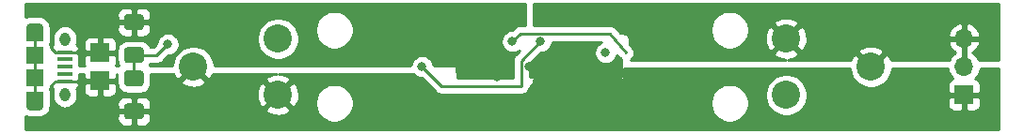
<source format=gbr>
%TF.GenerationSoftware,KiCad,Pcbnew,(5.1.8)-1*%
%TF.CreationDate,2021-01-17T15:05:36-05:00*%
%TF.ProjectId,electronics-li-ion-charger,656c6563-7472-46f6-9e69-63732d6c692d,rev?*%
%TF.SameCoordinates,Original*%
%TF.FileFunction,Copper,L1,Top*%
%TF.FilePolarity,Positive*%
%FSLAX46Y46*%
G04 Gerber Fmt 4.6, Leading zero omitted, Abs format (unit mm)*
G04 Created by KiCad (PCBNEW (5.1.8)-1) date 2021-01-17 15:05:36*
%MOMM*%
%LPD*%
G01*
G04 APERTURE LIST*
%TA.AperFunction,ComponentPad*%
%ADD10C,2.540000*%
%TD*%
%TA.AperFunction,ComponentPad*%
%ADD11O,1.700000X1.700000*%
%TD*%
%TA.AperFunction,ComponentPad*%
%ADD12R,1.700000X1.700000*%
%TD*%
%TA.AperFunction,ComponentPad*%
%ADD13O,1.550000X0.890000*%
%TD*%
%TA.AperFunction,SMDPad,CuDef*%
%ADD14R,1.550000X1.200000*%
%TD*%
%TA.AperFunction,SMDPad,CuDef*%
%ADD15R,1.550000X1.500000*%
%TD*%
%TA.AperFunction,ComponentPad*%
%ADD16O,0.950000X1.250000*%
%TD*%
%TA.AperFunction,SMDPad,CuDef*%
%ADD17R,1.350000X0.400000*%
%TD*%
%TA.AperFunction,ViaPad*%
%ADD18C,0.800000*%
%TD*%
%TA.AperFunction,Conductor*%
%ADD19C,0.250000*%
%TD*%
%TA.AperFunction,Conductor*%
%ADD20C,0.254000*%
%TD*%
%TA.AperFunction,Conductor*%
%ADD21C,0.100000*%
%TD*%
G04 APERTURE END LIST*
D10*
%TO.P,BT1,2*%
%TO.N,GND*%
X150368000Y-104140000D03*
X150368000Y-99060000D03*
X142748000Y-101600000D03*
%TO.P,BT1,1*%
%TO.N,/VBAT*%
X196088000Y-99060000D03*
X196088000Y-104140000D03*
X203708000Y-101600000D03*
%TD*%
D11*
%TO.P,J4,3*%
%TO.N,/VBAT*%
X212090000Y-99060000D03*
%TO.P,J4,2*%
X212090000Y-101600000D03*
D12*
%TO.P,J4,1*%
%TO.N,GND*%
X212090000Y-104140000D03*
%TD*%
D13*
%TO.P,J3,6*%
%TO.N,Net-(J3-Pad6)*%
X128494000Y-105100000D03*
X128494000Y-98100000D03*
D14*
X128494000Y-104500000D03*
X128494000Y-98700000D03*
D15*
X128494000Y-102600000D03*
X128494000Y-100600000D03*
D16*
X131194000Y-104100000D03*
X131194000Y-99100000D03*
D17*
%TO.P,J3,5*%
%TO.N,GND*%
X131194000Y-102900000D03*
%TO.P,J3,4*%
%TO.N,Net-(J3-Pad4)*%
X131194000Y-102250000D03*
%TO.P,J3,3*%
%TO.N,Net-(J3-Pad3)*%
X131194000Y-101600000D03*
%TO.P,J3,2*%
%TO.N,Net-(J3-Pad2)*%
X131194000Y-100950000D03*
%TO.P,J3,1*%
%TO.N,+5V*%
X131194000Y-100300000D03*
%TD*%
D12*
%TO.P,J2,1*%
%TO.N,GND*%
X134366000Y-102870000D03*
%TD*%
%TO.P,J1,1*%
%TO.N,+5V*%
X134366000Y-100330000D03*
%TD*%
%TO.P,D3,2*%
%TO.N,Net-(D2-Pad1)*%
%TA.AperFunction,SMDPad,CuDef*%
G36*
G01*
X138039000Y-103365000D02*
X136789000Y-103365000D01*
G75*
G02*
X136539000Y-103115000I0J250000D01*
G01*
X136539000Y-102190000D01*
G75*
G02*
X136789000Y-101940000I250000J0D01*
G01*
X138039000Y-101940000D01*
G75*
G02*
X138289000Y-102190000I0J-250000D01*
G01*
X138289000Y-103115000D01*
G75*
G02*
X138039000Y-103365000I-250000J0D01*
G01*
G37*
%TD.AperFunction*%
%TO.P,D3,1*%
%TO.N,GND*%
%TA.AperFunction,SMDPad,CuDef*%
G36*
G01*
X138039000Y-106340000D02*
X136789000Y-106340000D01*
G75*
G02*
X136539000Y-106090000I0J250000D01*
G01*
X136539000Y-105165000D01*
G75*
G02*
X136789000Y-104915000I250000J0D01*
G01*
X138039000Y-104915000D01*
G75*
G02*
X138289000Y-105165000I0J-250000D01*
G01*
X138289000Y-106090000D01*
G75*
G02*
X138039000Y-106340000I-250000J0D01*
G01*
G37*
%TD.AperFunction*%
%TD*%
%TO.P,D2,2*%
%TO.N,+5V*%
%TA.AperFunction,SMDPad,CuDef*%
G36*
G01*
X138039000Y-98285000D02*
X136789000Y-98285000D01*
G75*
G02*
X136539000Y-98035000I0J250000D01*
G01*
X136539000Y-97110000D01*
G75*
G02*
X136789000Y-96860000I250000J0D01*
G01*
X138039000Y-96860000D01*
G75*
G02*
X138289000Y-97110000I0J-250000D01*
G01*
X138289000Y-98035000D01*
G75*
G02*
X138039000Y-98285000I-250000J0D01*
G01*
G37*
%TD.AperFunction*%
%TO.P,D2,1*%
%TO.N,Net-(D2-Pad1)*%
%TA.AperFunction,SMDPad,CuDef*%
G36*
G01*
X138039000Y-101260000D02*
X136789000Y-101260000D01*
G75*
G02*
X136539000Y-101010000I0J250000D01*
G01*
X136539000Y-100085000D01*
G75*
G02*
X136789000Y-99835000I250000J0D01*
G01*
X138039000Y-99835000D01*
G75*
G02*
X138289000Y-100085000I0J-250000D01*
G01*
X138289000Y-101010000D01*
G75*
G02*
X138039000Y-101260000I-250000J0D01*
G01*
G37*
%TD.AperFunction*%
%TD*%
D18*
%TO.N,GND*%
X172974000Y-101600000D03*
X175133000Y-101600000D03*
X179578000Y-103124000D03*
X189484000Y-102933500D03*
%TO.N,+5V*%
X170053000Y-102552500D03*
%TO.N,STAT*%
X173990000Y-99314000D03*
X163322000Y-101600000D03*
%TO.N,PROG*%
X171450000Y-99314000D03*
X179832000Y-100330000D03*
%TO.N,Net-(D2-Pad1)*%
X140462000Y-99568000D03*
%TD*%
D19*
%TO.N,GND*%
X131194000Y-102900000D02*
X132558000Y-102900000D01*
X131194000Y-102900000D02*
X130335500Y-102900000D01*
X130335500Y-102900000D02*
X129921000Y-103314500D01*
%TO.N,+5V*%
X131194000Y-100300000D02*
X132812000Y-100300000D01*
X131194000Y-100300000D02*
X130335500Y-100300000D01*
X130335500Y-100300000D02*
X129921000Y-99885500D01*
%TO.N,STAT*%
X172248999Y-101055001D02*
X172248999Y-103341001D01*
X173990000Y-99314000D02*
X172248999Y-101055001D01*
X172248999Y-103341001D02*
X172212000Y-103378000D01*
X165100000Y-103378000D02*
X163322000Y-101600000D01*
X172212000Y-103378000D02*
X165100000Y-103378000D01*
%TO.N,Net-(J3-Pad6)*%
X128494000Y-98700000D02*
X128494000Y-104500000D01*
%TO.N,PROG*%
X172175001Y-98588999D02*
X171450000Y-99314000D01*
X180186499Y-98588999D02*
X172175001Y-98588999D01*
X181673500Y-100330000D02*
X180186499Y-98588999D01*
%TO.N,Net-(D2-Pad1)*%
X140462000Y-99568000D02*
X139446000Y-100584000D01*
X137450500Y-100584000D02*
X137414000Y-100547500D01*
X139446000Y-100584000D02*
X137450500Y-100584000D01*
X137414000Y-100547500D02*
X137414000Y-102652500D01*
%TD*%
D20*
%TO.N,GND*%
X201803000Y-101787626D02*
X201876209Y-102155668D01*
X202019811Y-102502356D01*
X202228290Y-102814366D01*
X202493634Y-103079710D01*
X202805644Y-103288189D01*
X203152332Y-103431791D01*
X203520374Y-103505000D01*
X203895626Y-103505000D01*
X204263668Y-103431791D01*
X204610356Y-103288189D01*
X204922366Y-103079710D01*
X205187710Y-102814366D01*
X205396189Y-102502356D01*
X205539791Y-102155668D01*
X205613000Y-101787626D01*
X205613000Y-101727000D01*
X210605000Y-101727000D01*
X210605000Y-101746260D01*
X210662068Y-102033158D01*
X210774010Y-102303411D01*
X210936525Y-102546632D01*
X211068380Y-102678487D01*
X210995820Y-102700498D01*
X210885506Y-102759463D01*
X210788815Y-102838815D01*
X210709463Y-102935506D01*
X210650498Y-103045820D01*
X210614188Y-103165518D01*
X210601928Y-103290000D01*
X210605000Y-103854250D01*
X210763750Y-104013000D01*
X211963000Y-104013000D01*
X211963000Y-103993000D01*
X212217000Y-103993000D01*
X212217000Y-104013000D01*
X213416250Y-104013000D01*
X213575000Y-103854250D01*
X213578072Y-103290000D01*
X213565812Y-103165518D01*
X213529502Y-103045820D01*
X213470537Y-102935506D01*
X213391185Y-102838815D01*
X213294494Y-102759463D01*
X213184180Y-102700498D01*
X213111620Y-102678487D01*
X213243475Y-102546632D01*
X213405990Y-102303411D01*
X213517932Y-102033158D01*
X213575000Y-101746260D01*
X213575000Y-101727000D01*
X215215001Y-101727000D01*
X215215001Y-107265000D01*
X127685000Y-107265000D01*
X127685000Y-106340000D01*
X135900928Y-106340000D01*
X135913188Y-106464482D01*
X135949498Y-106584180D01*
X136008463Y-106694494D01*
X136087815Y-106791185D01*
X136184506Y-106870537D01*
X136294820Y-106929502D01*
X136414518Y-106965812D01*
X136539000Y-106978072D01*
X137128250Y-106975000D01*
X137287000Y-106816250D01*
X137287000Y-105754500D01*
X137541000Y-105754500D01*
X137541000Y-106816250D01*
X137699750Y-106975000D01*
X138289000Y-106978072D01*
X138413482Y-106965812D01*
X138533180Y-106929502D01*
X138643494Y-106870537D01*
X138740185Y-106791185D01*
X138819537Y-106694494D01*
X138878502Y-106584180D01*
X138914812Y-106464482D01*
X138927072Y-106340000D01*
X138924000Y-105913250D01*
X138765250Y-105754500D01*
X137541000Y-105754500D01*
X137287000Y-105754500D01*
X136062750Y-105754500D01*
X135904000Y-105913250D01*
X135900928Y-106340000D01*
X127685000Y-106340000D01*
X127685000Y-106068568D01*
X127748702Y-106102617D01*
X127952283Y-106164373D01*
X128110949Y-106180000D01*
X128877051Y-106180000D01*
X129035717Y-106164373D01*
X129239298Y-106102617D01*
X129426919Y-106002332D01*
X129591370Y-105867370D01*
X129726332Y-105702919D01*
X129826617Y-105515298D01*
X129888373Y-105311717D01*
X129909225Y-105100000D01*
X129907072Y-105078140D01*
X129907072Y-103900000D01*
X129894812Y-103775518D01*
X129858502Y-103655820D01*
X129842028Y-103625000D01*
X129858502Y-103594180D01*
X129894812Y-103474482D01*
X129907072Y-103350000D01*
X129907072Y-103271286D01*
X129933479Y-103353576D01*
X129994200Y-103462933D01*
X130075088Y-103558343D01*
X130137761Y-103608122D01*
X130100062Y-103732402D01*
X130084000Y-103895479D01*
X130084000Y-104304520D01*
X130100062Y-104467597D01*
X130163532Y-104676833D01*
X130266604Y-104869666D01*
X130405314Y-105038686D01*
X130574334Y-105177396D01*
X130767166Y-105280468D01*
X130976402Y-105343938D01*
X131194000Y-105365370D01*
X131411597Y-105343938D01*
X131620833Y-105280468D01*
X131813666Y-105177396D01*
X131982686Y-105038686D01*
X132084191Y-104915000D01*
X135900928Y-104915000D01*
X135904000Y-105341750D01*
X136062750Y-105500500D01*
X137287000Y-105500500D01*
X137287000Y-104438750D01*
X137541000Y-104438750D01*
X137541000Y-105500500D01*
X138765250Y-105500500D01*
X138797898Y-105467852D01*
X149219753Y-105467852D01*
X149348076Y-105759871D01*
X149683695Y-105927723D01*
X150045611Y-106026874D01*
X150419916Y-106053514D01*
X150792227Y-106006618D01*
X151148235Y-105887988D01*
X151387924Y-105759871D01*
X151516247Y-105467852D01*
X150368000Y-104319605D01*
X149219753Y-105467852D01*
X138797898Y-105467852D01*
X138924000Y-105341750D01*
X138927072Y-104915000D01*
X138914812Y-104790518D01*
X138878502Y-104670820D01*
X138819537Y-104560506D01*
X138740185Y-104463815D01*
X138643494Y-104384463D01*
X138533180Y-104325498D01*
X138413482Y-104289188D01*
X138289000Y-104276928D01*
X137699750Y-104280000D01*
X137541000Y-104438750D01*
X137287000Y-104438750D01*
X137128250Y-104280000D01*
X136539000Y-104276928D01*
X136414518Y-104289188D01*
X136294820Y-104325498D01*
X136184506Y-104384463D01*
X136087815Y-104463815D01*
X136008463Y-104560506D01*
X135949498Y-104670820D01*
X135913188Y-104790518D01*
X135900928Y-104915000D01*
X132084191Y-104915000D01*
X132121396Y-104869666D01*
X132224468Y-104676834D01*
X132287938Y-104467598D01*
X132304000Y-104304521D01*
X132304000Y-103895480D01*
X132287938Y-103732403D01*
X132284176Y-103720000D01*
X132877928Y-103720000D01*
X132890188Y-103844482D01*
X132926498Y-103964180D01*
X132985463Y-104074494D01*
X133064815Y-104171185D01*
X133161506Y-104250537D01*
X133271820Y-104309502D01*
X133391518Y-104345812D01*
X133516000Y-104358072D01*
X134080250Y-104355000D01*
X134239000Y-104196250D01*
X134239000Y-102997000D01*
X134493000Y-102997000D01*
X134493000Y-104196250D01*
X134651750Y-104355000D01*
X135216000Y-104358072D01*
X135340482Y-104345812D01*
X135460180Y-104309502D01*
X135570494Y-104250537D01*
X135641924Y-104191916D01*
X148454486Y-104191916D01*
X148501382Y-104564227D01*
X148620012Y-104920235D01*
X148748129Y-105159924D01*
X149040148Y-105288247D01*
X150188395Y-104140000D01*
X150547605Y-104140000D01*
X151695852Y-105288247D01*
X151987871Y-105159924D01*
X152155723Y-104824305D01*
X152181252Y-104731117D01*
X153713000Y-104731117D01*
X153713000Y-105072883D01*
X153779675Y-105408081D01*
X153910463Y-105723831D01*
X154100337Y-106007998D01*
X154342002Y-106249663D01*
X154626169Y-106439537D01*
X154941919Y-106570325D01*
X155277117Y-106637000D01*
X155618883Y-106637000D01*
X155954081Y-106570325D01*
X156269831Y-106439537D01*
X156553998Y-106249663D01*
X156795663Y-106007998D01*
X156985537Y-105723831D01*
X157116325Y-105408081D01*
X157183000Y-105072883D01*
X157183000Y-104731117D01*
X189273000Y-104731117D01*
X189273000Y-105072883D01*
X189339675Y-105408081D01*
X189470463Y-105723831D01*
X189660337Y-106007998D01*
X189902002Y-106249663D01*
X190186169Y-106439537D01*
X190501919Y-106570325D01*
X190837117Y-106637000D01*
X191178883Y-106637000D01*
X191514081Y-106570325D01*
X191829831Y-106439537D01*
X192113998Y-106249663D01*
X192355663Y-106007998D01*
X192545537Y-105723831D01*
X192676325Y-105408081D01*
X192743000Y-105072883D01*
X192743000Y-104731117D01*
X192676325Y-104395919D01*
X192545537Y-104080169D01*
X192460148Y-103952374D01*
X194183000Y-103952374D01*
X194183000Y-104327626D01*
X194256209Y-104695668D01*
X194399811Y-105042356D01*
X194608290Y-105354366D01*
X194873634Y-105619710D01*
X195185644Y-105828189D01*
X195532332Y-105971791D01*
X195900374Y-106045000D01*
X196275626Y-106045000D01*
X196643668Y-105971791D01*
X196990356Y-105828189D01*
X197302366Y-105619710D01*
X197567710Y-105354366D01*
X197776189Y-105042356D01*
X197797875Y-104990000D01*
X210601928Y-104990000D01*
X210614188Y-105114482D01*
X210650498Y-105234180D01*
X210709463Y-105344494D01*
X210788815Y-105441185D01*
X210885506Y-105520537D01*
X210995820Y-105579502D01*
X211115518Y-105615812D01*
X211240000Y-105628072D01*
X211804250Y-105625000D01*
X211963000Y-105466250D01*
X211963000Y-104267000D01*
X212217000Y-104267000D01*
X212217000Y-105466250D01*
X212375750Y-105625000D01*
X212940000Y-105628072D01*
X213064482Y-105615812D01*
X213184180Y-105579502D01*
X213294494Y-105520537D01*
X213391185Y-105441185D01*
X213470537Y-105344494D01*
X213529502Y-105234180D01*
X213565812Y-105114482D01*
X213578072Y-104990000D01*
X213575000Y-104425750D01*
X213416250Y-104267000D01*
X212217000Y-104267000D01*
X211963000Y-104267000D01*
X210763750Y-104267000D01*
X210605000Y-104425750D01*
X210601928Y-104990000D01*
X197797875Y-104990000D01*
X197919791Y-104695668D01*
X197993000Y-104327626D01*
X197993000Y-103952374D01*
X197919791Y-103584332D01*
X197776189Y-103237644D01*
X197567710Y-102925634D01*
X197302366Y-102660290D01*
X196990356Y-102451811D01*
X196643668Y-102308209D01*
X196275626Y-102235000D01*
X195900374Y-102235000D01*
X195532332Y-102308209D01*
X195185644Y-102451811D01*
X194873634Y-102660290D01*
X194608290Y-102925634D01*
X194399811Y-103237644D01*
X194256209Y-103584332D01*
X194183000Y-103952374D01*
X192460148Y-103952374D01*
X192355663Y-103796002D01*
X192113998Y-103554337D01*
X191829831Y-103364463D01*
X191514081Y-103233675D01*
X191178883Y-103167000D01*
X190837117Y-103167000D01*
X190501919Y-103233675D01*
X190186169Y-103364463D01*
X189902002Y-103554337D01*
X189660337Y-103796002D01*
X189470463Y-104080169D01*
X189339675Y-104395919D01*
X189273000Y-104731117D01*
X157183000Y-104731117D01*
X157116325Y-104395919D01*
X156985537Y-104080169D01*
X156795663Y-103796002D01*
X156553998Y-103554337D01*
X156269831Y-103364463D01*
X155954081Y-103233675D01*
X155618883Y-103167000D01*
X155277117Y-103167000D01*
X154941919Y-103233675D01*
X154626169Y-103364463D01*
X154342002Y-103554337D01*
X154100337Y-103796002D01*
X153910463Y-104080169D01*
X153779675Y-104395919D01*
X153713000Y-104731117D01*
X152181252Y-104731117D01*
X152254874Y-104462389D01*
X152281514Y-104088084D01*
X152234618Y-103715773D01*
X152115988Y-103359765D01*
X151987871Y-103120076D01*
X151695852Y-102991753D01*
X150547605Y-104140000D01*
X150188395Y-104140000D01*
X149040148Y-102991753D01*
X148748129Y-103120076D01*
X148580277Y-103455695D01*
X148481126Y-103817611D01*
X148454486Y-104191916D01*
X135641924Y-104191916D01*
X135667185Y-104171185D01*
X135746537Y-104074494D01*
X135805502Y-103964180D01*
X135841812Y-103844482D01*
X135854072Y-103720000D01*
X135851000Y-103155750D01*
X135692250Y-102997000D01*
X134493000Y-102997000D01*
X134239000Y-102997000D01*
X133039750Y-102997000D01*
X132881000Y-103155750D01*
X132877928Y-103720000D01*
X132284176Y-103720000D01*
X132250238Y-103608122D01*
X132312912Y-103558343D01*
X132393800Y-103462933D01*
X132454521Y-103353576D01*
X132492741Y-103234474D01*
X132504000Y-103131750D01*
X132345250Y-102973000D01*
X132232678Y-102973000D01*
X132320185Y-102901185D01*
X132399537Y-102804494D01*
X132436032Y-102736218D01*
X132504000Y-102668250D01*
X132494012Y-102577120D01*
X132494812Y-102574482D01*
X132507072Y-102450000D01*
X132507072Y-102235000D01*
X132879099Y-102235000D01*
X132881000Y-102584250D01*
X133039750Y-102743000D01*
X134239000Y-102743000D01*
X134239000Y-102723000D01*
X134493000Y-102723000D01*
X134493000Y-102743000D01*
X135692250Y-102743000D01*
X135851000Y-102584250D01*
X135852901Y-102235000D01*
X135900928Y-102235000D01*
X135900928Y-103115000D01*
X135917992Y-103288254D01*
X135968528Y-103454850D01*
X136050595Y-103608386D01*
X136161038Y-103742962D01*
X136295614Y-103853405D01*
X136449150Y-103935472D01*
X136615746Y-103986008D01*
X136789000Y-104003072D01*
X138039000Y-104003072D01*
X138212254Y-103986008D01*
X138378850Y-103935472D01*
X138532386Y-103853405D01*
X138666962Y-103742962D01*
X138777405Y-103608386D01*
X138859472Y-103454850D01*
X138910008Y-103288254D01*
X138927072Y-103115000D01*
X138927072Y-102235000D01*
X140951616Y-102235000D01*
X141000012Y-102380235D01*
X141128129Y-102619924D01*
X141420148Y-102748247D01*
X141933395Y-102235000D01*
X142292605Y-102235000D01*
X141599753Y-102927852D01*
X141728076Y-103219871D01*
X142063695Y-103387723D01*
X142425611Y-103486874D01*
X142799916Y-103513514D01*
X143172227Y-103466618D01*
X143528235Y-103347988D01*
X143767924Y-103219871D01*
X143896247Y-102927852D01*
X143203395Y-102235000D01*
X143562605Y-102235000D01*
X144075852Y-102748247D01*
X144367871Y-102619924D01*
X144535723Y-102284305D01*
X144549231Y-102235000D01*
X150248491Y-102235000D01*
X149943773Y-102273382D01*
X149587765Y-102392012D01*
X149348076Y-102520129D01*
X149219753Y-102812148D01*
X150368000Y-103960395D01*
X151516247Y-102812148D01*
X151387924Y-102520129D01*
X151052305Y-102352277D01*
X150690389Y-102253126D01*
X150435710Y-102235000D01*
X162501510Y-102235000D01*
X162518063Y-102259774D01*
X162662226Y-102403937D01*
X162831744Y-102517205D01*
X163020102Y-102595226D01*
X163220061Y-102635000D01*
X163282199Y-102635000D01*
X164536201Y-103889003D01*
X164559999Y-103918001D01*
X164675724Y-104012974D01*
X164807753Y-104083546D01*
X164951014Y-104127003D01*
X165062667Y-104138000D01*
X165062675Y-104138000D01*
X165100000Y-104141676D01*
X165137325Y-104138000D01*
X172174678Y-104138000D01*
X172212000Y-104141676D01*
X172249322Y-104138000D01*
X172249333Y-104138000D01*
X172360986Y-104127003D01*
X172504247Y-104083546D01*
X172636276Y-104012974D01*
X172752001Y-103918001D01*
X172768678Y-103897679D01*
X172789000Y-103881002D01*
X172883973Y-103765277D01*
X172954545Y-103633248D01*
X172998002Y-103489987D01*
X173003411Y-103435066D01*
X173072787Y-103397983D01*
X173169013Y-103319013D01*
X173247983Y-103222787D01*
X173306664Y-103113004D01*
X173342799Y-102993882D01*
X173355000Y-102870000D01*
X173355000Y-102743000D01*
X181356000Y-102743000D01*
X181380776Y-102740560D01*
X181404601Y-102733333D01*
X181426557Y-102721597D01*
X181445803Y-102705803D01*
X181461597Y-102686557D01*
X181473333Y-102664601D01*
X181480560Y-102640776D01*
X181483000Y-102616000D01*
X181483000Y-101727000D01*
X201803000Y-101727000D01*
X201803000Y-101787626D01*
%TA.AperFunction,Conductor*%
D21*
G36*
X201803000Y-101787626D02*
G01*
X201876209Y-102155668D01*
X202019811Y-102502356D01*
X202228290Y-102814366D01*
X202493634Y-103079710D01*
X202805644Y-103288189D01*
X203152332Y-103431791D01*
X203520374Y-103505000D01*
X203895626Y-103505000D01*
X204263668Y-103431791D01*
X204610356Y-103288189D01*
X204922366Y-103079710D01*
X205187710Y-102814366D01*
X205396189Y-102502356D01*
X205539791Y-102155668D01*
X205613000Y-101787626D01*
X205613000Y-101727000D01*
X210605000Y-101727000D01*
X210605000Y-101746260D01*
X210662068Y-102033158D01*
X210774010Y-102303411D01*
X210936525Y-102546632D01*
X211068380Y-102678487D01*
X210995820Y-102700498D01*
X210885506Y-102759463D01*
X210788815Y-102838815D01*
X210709463Y-102935506D01*
X210650498Y-103045820D01*
X210614188Y-103165518D01*
X210601928Y-103290000D01*
X210605000Y-103854250D01*
X210763750Y-104013000D01*
X211963000Y-104013000D01*
X211963000Y-103993000D01*
X212217000Y-103993000D01*
X212217000Y-104013000D01*
X213416250Y-104013000D01*
X213575000Y-103854250D01*
X213578072Y-103290000D01*
X213565812Y-103165518D01*
X213529502Y-103045820D01*
X213470537Y-102935506D01*
X213391185Y-102838815D01*
X213294494Y-102759463D01*
X213184180Y-102700498D01*
X213111620Y-102678487D01*
X213243475Y-102546632D01*
X213405990Y-102303411D01*
X213517932Y-102033158D01*
X213575000Y-101746260D01*
X213575000Y-101727000D01*
X215215001Y-101727000D01*
X215215001Y-107265000D01*
X127685000Y-107265000D01*
X127685000Y-106340000D01*
X135900928Y-106340000D01*
X135913188Y-106464482D01*
X135949498Y-106584180D01*
X136008463Y-106694494D01*
X136087815Y-106791185D01*
X136184506Y-106870537D01*
X136294820Y-106929502D01*
X136414518Y-106965812D01*
X136539000Y-106978072D01*
X137128250Y-106975000D01*
X137287000Y-106816250D01*
X137287000Y-105754500D01*
X137541000Y-105754500D01*
X137541000Y-106816250D01*
X137699750Y-106975000D01*
X138289000Y-106978072D01*
X138413482Y-106965812D01*
X138533180Y-106929502D01*
X138643494Y-106870537D01*
X138740185Y-106791185D01*
X138819537Y-106694494D01*
X138878502Y-106584180D01*
X138914812Y-106464482D01*
X138927072Y-106340000D01*
X138924000Y-105913250D01*
X138765250Y-105754500D01*
X137541000Y-105754500D01*
X137287000Y-105754500D01*
X136062750Y-105754500D01*
X135904000Y-105913250D01*
X135900928Y-106340000D01*
X127685000Y-106340000D01*
X127685000Y-106068568D01*
X127748702Y-106102617D01*
X127952283Y-106164373D01*
X128110949Y-106180000D01*
X128877051Y-106180000D01*
X129035717Y-106164373D01*
X129239298Y-106102617D01*
X129426919Y-106002332D01*
X129591370Y-105867370D01*
X129726332Y-105702919D01*
X129826617Y-105515298D01*
X129888373Y-105311717D01*
X129909225Y-105100000D01*
X129907072Y-105078140D01*
X129907072Y-103900000D01*
X129894812Y-103775518D01*
X129858502Y-103655820D01*
X129842028Y-103625000D01*
X129858502Y-103594180D01*
X129894812Y-103474482D01*
X129907072Y-103350000D01*
X129907072Y-103271286D01*
X129933479Y-103353576D01*
X129994200Y-103462933D01*
X130075088Y-103558343D01*
X130137761Y-103608122D01*
X130100062Y-103732402D01*
X130084000Y-103895479D01*
X130084000Y-104304520D01*
X130100062Y-104467597D01*
X130163532Y-104676833D01*
X130266604Y-104869666D01*
X130405314Y-105038686D01*
X130574334Y-105177396D01*
X130767166Y-105280468D01*
X130976402Y-105343938D01*
X131194000Y-105365370D01*
X131411597Y-105343938D01*
X131620833Y-105280468D01*
X131813666Y-105177396D01*
X131982686Y-105038686D01*
X132084191Y-104915000D01*
X135900928Y-104915000D01*
X135904000Y-105341750D01*
X136062750Y-105500500D01*
X137287000Y-105500500D01*
X137287000Y-104438750D01*
X137541000Y-104438750D01*
X137541000Y-105500500D01*
X138765250Y-105500500D01*
X138797898Y-105467852D01*
X149219753Y-105467852D01*
X149348076Y-105759871D01*
X149683695Y-105927723D01*
X150045611Y-106026874D01*
X150419916Y-106053514D01*
X150792227Y-106006618D01*
X151148235Y-105887988D01*
X151387924Y-105759871D01*
X151516247Y-105467852D01*
X150368000Y-104319605D01*
X149219753Y-105467852D01*
X138797898Y-105467852D01*
X138924000Y-105341750D01*
X138927072Y-104915000D01*
X138914812Y-104790518D01*
X138878502Y-104670820D01*
X138819537Y-104560506D01*
X138740185Y-104463815D01*
X138643494Y-104384463D01*
X138533180Y-104325498D01*
X138413482Y-104289188D01*
X138289000Y-104276928D01*
X137699750Y-104280000D01*
X137541000Y-104438750D01*
X137287000Y-104438750D01*
X137128250Y-104280000D01*
X136539000Y-104276928D01*
X136414518Y-104289188D01*
X136294820Y-104325498D01*
X136184506Y-104384463D01*
X136087815Y-104463815D01*
X136008463Y-104560506D01*
X135949498Y-104670820D01*
X135913188Y-104790518D01*
X135900928Y-104915000D01*
X132084191Y-104915000D01*
X132121396Y-104869666D01*
X132224468Y-104676834D01*
X132287938Y-104467598D01*
X132304000Y-104304521D01*
X132304000Y-103895480D01*
X132287938Y-103732403D01*
X132284176Y-103720000D01*
X132877928Y-103720000D01*
X132890188Y-103844482D01*
X132926498Y-103964180D01*
X132985463Y-104074494D01*
X133064815Y-104171185D01*
X133161506Y-104250537D01*
X133271820Y-104309502D01*
X133391518Y-104345812D01*
X133516000Y-104358072D01*
X134080250Y-104355000D01*
X134239000Y-104196250D01*
X134239000Y-102997000D01*
X134493000Y-102997000D01*
X134493000Y-104196250D01*
X134651750Y-104355000D01*
X135216000Y-104358072D01*
X135340482Y-104345812D01*
X135460180Y-104309502D01*
X135570494Y-104250537D01*
X135641924Y-104191916D01*
X148454486Y-104191916D01*
X148501382Y-104564227D01*
X148620012Y-104920235D01*
X148748129Y-105159924D01*
X149040148Y-105288247D01*
X150188395Y-104140000D01*
X150547605Y-104140000D01*
X151695852Y-105288247D01*
X151987871Y-105159924D01*
X152155723Y-104824305D01*
X152181252Y-104731117D01*
X153713000Y-104731117D01*
X153713000Y-105072883D01*
X153779675Y-105408081D01*
X153910463Y-105723831D01*
X154100337Y-106007998D01*
X154342002Y-106249663D01*
X154626169Y-106439537D01*
X154941919Y-106570325D01*
X155277117Y-106637000D01*
X155618883Y-106637000D01*
X155954081Y-106570325D01*
X156269831Y-106439537D01*
X156553998Y-106249663D01*
X156795663Y-106007998D01*
X156985537Y-105723831D01*
X157116325Y-105408081D01*
X157183000Y-105072883D01*
X157183000Y-104731117D01*
X189273000Y-104731117D01*
X189273000Y-105072883D01*
X189339675Y-105408081D01*
X189470463Y-105723831D01*
X189660337Y-106007998D01*
X189902002Y-106249663D01*
X190186169Y-106439537D01*
X190501919Y-106570325D01*
X190837117Y-106637000D01*
X191178883Y-106637000D01*
X191514081Y-106570325D01*
X191829831Y-106439537D01*
X192113998Y-106249663D01*
X192355663Y-106007998D01*
X192545537Y-105723831D01*
X192676325Y-105408081D01*
X192743000Y-105072883D01*
X192743000Y-104731117D01*
X192676325Y-104395919D01*
X192545537Y-104080169D01*
X192460148Y-103952374D01*
X194183000Y-103952374D01*
X194183000Y-104327626D01*
X194256209Y-104695668D01*
X194399811Y-105042356D01*
X194608290Y-105354366D01*
X194873634Y-105619710D01*
X195185644Y-105828189D01*
X195532332Y-105971791D01*
X195900374Y-106045000D01*
X196275626Y-106045000D01*
X196643668Y-105971791D01*
X196990356Y-105828189D01*
X197302366Y-105619710D01*
X197567710Y-105354366D01*
X197776189Y-105042356D01*
X197797875Y-104990000D01*
X210601928Y-104990000D01*
X210614188Y-105114482D01*
X210650498Y-105234180D01*
X210709463Y-105344494D01*
X210788815Y-105441185D01*
X210885506Y-105520537D01*
X210995820Y-105579502D01*
X211115518Y-105615812D01*
X211240000Y-105628072D01*
X211804250Y-105625000D01*
X211963000Y-105466250D01*
X211963000Y-104267000D01*
X212217000Y-104267000D01*
X212217000Y-105466250D01*
X212375750Y-105625000D01*
X212940000Y-105628072D01*
X213064482Y-105615812D01*
X213184180Y-105579502D01*
X213294494Y-105520537D01*
X213391185Y-105441185D01*
X213470537Y-105344494D01*
X213529502Y-105234180D01*
X213565812Y-105114482D01*
X213578072Y-104990000D01*
X213575000Y-104425750D01*
X213416250Y-104267000D01*
X212217000Y-104267000D01*
X211963000Y-104267000D01*
X210763750Y-104267000D01*
X210605000Y-104425750D01*
X210601928Y-104990000D01*
X197797875Y-104990000D01*
X197919791Y-104695668D01*
X197993000Y-104327626D01*
X197993000Y-103952374D01*
X197919791Y-103584332D01*
X197776189Y-103237644D01*
X197567710Y-102925634D01*
X197302366Y-102660290D01*
X196990356Y-102451811D01*
X196643668Y-102308209D01*
X196275626Y-102235000D01*
X195900374Y-102235000D01*
X195532332Y-102308209D01*
X195185644Y-102451811D01*
X194873634Y-102660290D01*
X194608290Y-102925634D01*
X194399811Y-103237644D01*
X194256209Y-103584332D01*
X194183000Y-103952374D01*
X192460148Y-103952374D01*
X192355663Y-103796002D01*
X192113998Y-103554337D01*
X191829831Y-103364463D01*
X191514081Y-103233675D01*
X191178883Y-103167000D01*
X190837117Y-103167000D01*
X190501919Y-103233675D01*
X190186169Y-103364463D01*
X189902002Y-103554337D01*
X189660337Y-103796002D01*
X189470463Y-104080169D01*
X189339675Y-104395919D01*
X189273000Y-104731117D01*
X157183000Y-104731117D01*
X157116325Y-104395919D01*
X156985537Y-104080169D01*
X156795663Y-103796002D01*
X156553998Y-103554337D01*
X156269831Y-103364463D01*
X155954081Y-103233675D01*
X155618883Y-103167000D01*
X155277117Y-103167000D01*
X154941919Y-103233675D01*
X154626169Y-103364463D01*
X154342002Y-103554337D01*
X154100337Y-103796002D01*
X153910463Y-104080169D01*
X153779675Y-104395919D01*
X153713000Y-104731117D01*
X152181252Y-104731117D01*
X152254874Y-104462389D01*
X152281514Y-104088084D01*
X152234618Y-103715773D01*
X152115988Y-103359765D01*
X151987871Y-103120076D01*
X151695852Y-102991753D01*
X150547605Y-104140000D01*
X150188395Y-104140000D01*
X149040148Y-102991753D01*
X148748129Y-103120076D01*
X148580277Y-103455695D01*
X148481126Y-103817611D01*
X148454486Y-104191916D01*
X135641924Y-104191916D01*
X135667185Y-104171185D01*
X135746537Y-104074494D01*
X135805502Y-103964180D01*
X135841812Y-103844482D01*
X135854072Y-103720000D01*
X135851000Y-103155750D01*
X135692250Y-102997000D01*
X134493000Y-102997000D01*
X134239000Y-102997000D01*
X133039750Y-102997000D01*
X132881000Y-103155750D01*
X132877928Y-103720000D01*
X132284176Y-103720000D01*
X132250238Y-103608122D01*
X132312912Y-103558343D01*
X132393800Y-103462933D01*
X132454521Y-103353576D01*
X132492741Y-103234474D01*
X132504000Y-103131750D01*
X132345250Y-102973000D01*
X132232678Y-102973000D01*
X132320185Y-102901185D01*
X132399537Y-102804494D01*
X132436032Y-102736218D01*
X132504000Y-102668250D01*
X132494012Y-102577120D01*
X132494812Y-102574482D01*
X132507072Y-102450000D01*
X132507072Y-102235000D01*
X132879099Y-102235000D01*
X132881000Y-102584250D01*
X133039750Y-102743000D01*
X134239000Y-102743000D01*
X134239000Y-102723000D01*
X134493000Y-102723000D01*
X134493000Y-102743000D01*
X135692250Y-102743000D01*
X135851000Y-102584250D01*
X135852901Y-102235000D01*
X135900928Y-102235000D01*
X135900928Y-103115000D01*
X135917992Y-103288254D01*
X135968528Y-103454850D01*
X136050595Y-103608386D01*
X136161038Y-103742962D01*
X136295614Y-103853405D01*
X136449150Y-103935472D01*
X136615746Y-103986008D01*
X136789000Y-104003072D01*
X138039000Y-104003072D01*
X138212254Y-103986008D01*
X138378850Y-103935472D01*
X138532386Y-103853405D01*
X138666962Y-103742962D01*
X138777405Y-103608386D01*
X138859472Y-103454850D01*
X138910008Y-103288254D01*
X138927072Y-103115000D01*
X138927072Y-102235000D01*
X140951616Y-102235000D01*
X141000012Y-102380235D01*
X141128129Y-102619924D01*
X141420148Y-102748247D01*
X141933395Y-102235000D01*
X142292605Y-102235000D01*
X141599753Y-102927852D01*
X141728076Y-103219871D01*
X142063695Y-103387723D01*
X142425611Y-103486874D01*
X142799916Y-103513514D01*
X143172227Y-103466618D01*
X143528235Y-103347988D01*
X143767924Y-103219871D01*
X143896247Y-102927852D01*
X143203395Y-102235000D01*
X143562605Y-102235000D01*
X144075852Y-102748247D01*
X144367871Y-102619924D01*
X144535723Y-102284305D01*
X144549231Y-102235000D01*
X150248491Y-102235000D01*
X149943773Y-102273382D01*
X149587765Y-102392012D01*
X149348076Y-102520129D01*
X149219753Y-102812148D01*
X150368000Y-103960395D01*
X151516247Y-102812148D01*
X151387924Y-102520129D01*
X151052305Y-102352277D01*
X150690389Y-102253126D01*
X150435710Y-102235000D01*
X162501510Y-102235000D01*
X162518063Y-102259774D01*
X162662226Y-102403937D01*
X162831744Y-102517205D01*
X163020102Y-102595226D01*
X163220061Y-102635000D01*
X163282199Y-102635000D01*
X164536201Y-103889003D01*
X164559999Y-103918001D01*
X164675724Y-104012974D01*
X164807753Y-104083546D01*
X164951014Y-104127003D01*
X165062667Y-104138000D01*
X165062675Y-104138000D01*
X165100000Y-104141676D01*
X165137325Y-104138000D01*
X172174678Y-104138000D01*
X172212000Y-104141676D01*
X172249322Y-104138000D01*
X172249333Y-104138000D01*
X172360986Y-104127003D01*
X172504247Y-104083546D01*
X172636276Y-104012974D01*
X172752001Y-103918001D01*
X172768678Y-103897679D01*
X172789000Y-103881002D01*
X172883973Y-103765277D01*
X172954545Y-103633248D01*
X172998002Y-103489987D01*
X173003411Y-103435066D01*
X173072787Y-103397983D01*
X173169013Y-103319013D01*
X173247983Y-103222787D01*
X173306664Y-103113004D01*
X173342799Y-102993882D01*
X173355000Y-102870000D01*
X173355000Y-102743000D01*
X181356000Y-102743000D01*
X181380776Y-102740560D01*
X181404601Y-102733333D01*
X181426557Y-102721597D01*
X181445803Y-102705803D01*
X181461597Y-102686557D01*
X181473333Y-102664601D01*
X181480560Y-102640776D01*
X181483000Y-102616000D01*
X181483000Y-101727000D01*
X201803000Y-101727000D01*
X201803000Y-101787626D01*
G37*
%TD.AperFunction*%
%TD*%
D20*
%TO.N,+5V*%
X172593000Y-97828999D02*
X172212323Y-97828999D01*
X172175000Y-97825323D01*
X172137677Y-97828999D01*
X172137668Y-97828999D01*
X172026015Y-97839996D01*
X171882754Y-97883453D01*
X171750725Y-97954025D01*
X171635000Y-98048998D01*
X171611202Y-98077997D01*
X171410198Y-98279000D01*
X171348061Y-98279000D01*
X171148102Y-98318774D01*
X170959744Y-98396795D01*
X170790226Y-98510063D01*
X170646063Y-98654226D01*
X170532795Y-98823744D01*
X170454774Y-99012102D01*
X170415000Y-99212061D01*
X170415000Y-99415939D01*
X170454774Y-99615898D01*
X170532795Y-99804256D01*
X170646063Y-99973774D01*
X170790226Y-100117937D01*
X170959744Y-100231205D01*
X171148102Y-100309226D01*
X171348061Y-100349000D01*
X171551939Y-100349000D01*
X171751898Y-100309226D01*
X171940256Y-100231205D01*
X172085000Y-100134490D01*
X172085000Y-100144199D01*
X171738002Y-100491197D01*
X171708998Y-100515000D01*
X171653870Y-100582175D01*
X171614025Y-100630725D01*
X171578256Y-100697644D01*
X171543453Y-100762755D01*
X171499996Y-100906016D01*
X171488999Y-101017669D01*
X171488999Y-101017679D01*
X171485323Y-101055001D01*
X171488999Y-101092324D01*
X171489000Y-102618000D01*
X166484559Y-102618000D01*
X166433342Y-101593658D01*
X166429667Y-101569034D01*
X166421259Y-101545601D01*
X166408441Y-101524257D01*
X166391706Y-101505825D01*
X166371696Y-101491012D01*
X166349181Y-101480387D01*
X166325025Y-101474358D01*
X166306500Y-101473000D01*
X164352015Y-101473000D01*
X164317226Y-101298102D01*
X164239205Y-101109744D01*
X164125937Y-100940226D01*
X163981774Y-100796063D01*
X163812256Y-100682795D01*
X163623898Y-100604774D01*
X163423939Y-100565000D01*
X163220061Y-100565000D01*
X163020102Y-100604774D01*
X162831744Y-100682795D01*
X162662226Y-100796063D01*
X162518063Y-100940226D01*
X162404795Y-101109744D01*
X162326774Y-101298102D01*
X162291985Y-101473000D01*
X144653000Y-101473000D01*
X144653000Y-101412374D01*
X144579791Y-101044332D01*
X144436189Y-100697644D01*
X144227710Y-100385634D01*
X143962366Y-100120290D01*
X143650356Y-99911811D01*
X143303668Y-99768209D01*
X142935626Y-99695000D01*
X142560374Y-99695000D01*
X142192332Y-99768209D01*
X141845644Y-99911811D01*
X141533634Y-100120290D01*
X141268290Y-100385634D01*
X141059811Y-100697644D01*
X140916209Y-101044332D01*
X140843000Y-101412374D01*
X140843000Y-101473000D01*
X138793647Y-101473000D01*
X138859472Y-101349850D01*
X138861247Y-101344000D01*
X139408678Y-101344000D01*
X139446000Y-101347676D01*
X139483322Y-101344000D01*
X139483333Y-101344000D01*
X139594986Y-101333003D01*
X139738247Y-101289546D01*
X139870276Y-101218974D01*
X139986001Y-101124001D01*
X140009804Y-101094998D01*
X140501802Y-100603000D01*
X140563939Y-100603000D01*
X140763898Y-100563226D01*
X140952256Y-100485205D01*
X141121774Y-100371937D01*
X141265937Y-100227774D01*
X141379205Y-100058256D01*
X141457226Y-99869898D01*
X141497000Y-99669939D01*
X141497000Y-99466061D01*
X141457226Y-99266102D01*
X141379205Y-99077744D01*
X141265937Y-98908226D01*
X141230085Y-98872374D01*
X148463000Y-98872374D01*
X148463000Y-99247626D01*
X148536209Y-99615668D01*
X148679811Y-99962356D01*
X148888290Y-100274366D01*
X149153634Y-100539710D01*
X149465644Y-100748189D01*
X149812332Y-100891791D01*
X150180374Y-100965000D01*
X150555626Y-100965000D01*
X150923668Y-100891791D01*
X151270356Y-100748189D01*
X151582366Y-100539710D01*
X151847710Y-100274366D01*
X152056189Y-99962356D01*
X152199791Y-99615668D01*
X152273000Y-99247626D01*
X152273000Y-98872374D01*
X152199791Y-98504332D01*
X152056189Y-98157644D01*
X152035792Y-98127117D01*
X153713000Y-98127117D01*
X153713000Y-98468883D01*
X153779675Y-98804081D01*
X153910463Y-99119831D01*
X154100337Y-99403998D01*
X154342002Y-99645663D01*
X154626169Y-99835537D01*
X154941919Y-99966325D01*
X155277117Y-100033000D01*
X155618883Y-100033000D01*
X155954081Y-99966325D01*
X156269831Y-99835537D01*
X156553998Y-99645663D01*
X156795663Y-99403998D01*
X156985537Y-99119831D01*
X157116325Y-98804081D01*
X157183000Y-98468883D01*
X157183000Y-98127117D01*
X157116325Y-97791919D01*
X156985537Y-97476169D01*
X156795663Y-97192002D01*
X156553998Y-96950337D01*
X156269831Y-96760463D01*
X155954081Y-96629675D01*
X155618883Y-96563000D01*
X155277117Y-96563000D01*
X154941919Y-96629675D01*
X154626169Y-96760463D01*
X154342002Y-96950337D01*
X154100337Y-97192002D01*
X153910463Y-97476169D01*
X153779675Y-97791919D01*
X153713000Y-98127117D01*
X152035792Y-98127117D01*
X151847710Y-97845634D01*
X151582366Y-97580290D01*
X151270356Y-97371811D01*
X150923668Y-97228209D01*
X150555626Y-97155000D01*
X150180374Y-97155000D01*
X149812332Y-97228209D01*
X149465644Y-97371811D01*
X149153634Y-97580290D01*
X148888290Y-97845634D01*
X148679811Y-98157644D01*
X148536209Y-98504332D01*
X148463000Y-98872374D01*
X141230085Y-98872374D01*
X141121774Y-98764063D01*
X140952256Y-98650795D01*
X140763898Y-98572774D01*
X140563939Y-98533000D01*
X140360061Y-98533000D01*
X140160102Y-98572774D01*
X139971744Y-98650795D01*
X139802226Y-98764063D01*
X139658063Y-98908226D01*
X139544795Y-99077744D01*
X139466774Y-99266102D01*
X139427000Y-99466061D01*
X139427000Y-99528198D01*
X139131199Y-99824000D01*
X138883391Y-99824000D01*
X138859472Y-99745150D01*
X138777405Y-99591614D01*
X138666962Y-99457038D01*
X138532386Y-99346595D01*
X138378850Y-99264528D01*
X138212254Y-99213992D01*
X138039000Y-99196928D01*
X136789000Y-99196928D01*
X136615746Y-99213992D01*
X136449150Y-99264528D01*
X136295614Y-99346595D01*
X136161038Y-99457038D01*
X136050595Y-99591614D01*
X135968528Y-99745150D01*
X135917992Y-99911746D01*
X135900928Y-100085000D01*
X135900928Y-101010000D01*
X135917992Y-101183254D01*
X135968528Y-101349850D01*
X136034353Y-101473000D01*
X135779407Y-101473000D01*
X135805502Y-101424180D01*
X135841812Y-101304482D01*
X135854072Y-101180000D01*
X135851000Y-100615750D01*
X135692250Y-100457000D01*
X134493000Y-100457000D01*
X134493000Y-100477000D01*
X134239000Y-100477000D01*
X134239000Y-100457000D01*
X133039750Y-100457000D01*
X132881000Y-100615750D01*
X132877928Y-101180000D01*
X132890188Y-101304482D01*
X132926498Y-101424180D01*
X132952593Y-101473000D01*
X132507072Y-101473000D01*
X132507072Y-101400000D01*
X132494812Y-101275518D01*
X132494655Y-101275000D01*
X132494812Y-101274482D01*
X132507072Y-101150000D01*
X132507072Y-100750000D01*
X132494812Y-100625518D01*
X132494012Y-100622880D01*
X132504000Y-100531750D01*
X132436032Y-100463782D01*
X132399537Y-100395506D01*
X132320185Y-100298815D01*
X132232678Y-100227000D01*
X132345250Y-100227000D01*
X132504000Y-100068250D01*
X132492741Y-99965526D01*
X132454521Y-99846424D01*
X132393800Y-99737067D01*
X132312912Y-99641657D01*
X132250239Y-99591878D01*
X132284175Y-99480000D01*
X132877928Y-99480000D01*
X132881000Y-100044250D01*
X133039750Y-100203000D01*
X134239000Y-100203000D01*
X134239000Y-99003750D01*
X134493000Y-99003750D01*
X134493000Y-100203000D01*
X135692250Y-100203000D01*
X135851000Y-100044250D01*
X135854072Y-99480000D01*
X135841812Y-99355518D01*
X135805502Y-99235820D01*
X135746537Y-99125506D01*
X135667185Y-99028815D01*
X135570494Y-98949463D01*
X135460180Y-98890498D01*
X135340482Y-98854188D01*
X135216000Y-98841928D01*
X134651750Y-98845000D01*
X134493000Y-99003750D01*
X134239000Y-99003750D01*
X134080250Y-98845000D01*
X133516000Y-98841928D01*
X133391518Y-98854188D01*
X133271820Y-98890498D01*
X133161506Y-98949463D01*
X133064815Y-99028815D01*
X132985463Y-99125506D01*
X132926498Y-99235820D01*
X132890188Y-99355518D01*
X132877928Y-99480000D01*
X132284175Y-99480000D01*
X132287938Y-99467598D01*
X132304000Y-99304521D01*
X132304000Y-98895480D01*
X132287938Y-98732403D01*
X132224468Y-98523167D01*
X132121396Y-98330334D01*
X132084192Y-98285000D01*
X135900928Y-98285000D01*
X135913188Y-98409482D01*
X135949498Y-98529180D01*
X136008463Y-98639494D01*
X136087815Y-98736185D01*
X136184506Y-98815537D01*
X136294820Y-98874502D01*
X136414518Y-98910812D01*
X136539000Y-98923072D01*
X137128250Y-98920000D01*
X137287000Y-98761250D01*
X137287000Y-97699500D01*
X137541000Y-97699500D01*
X137541000Y-98761250D01*
X137699750Y-98920000D01*
X138289000Y-98923072D01*
X138413482Y-98910812D01*
X138533180Y-98874502D01*
X138643494Y-98815537D01*
X138740185Y-98736185D01*
X138819537Y-98639494D01*
X138878502Y-98529180D01*
X138914812Y-98409482D01*
X138927072Y-98285000D01*
X138924000Y-97858250D01*
X138765250Y-97699500D01*
X137541000Y-97699500D01*
X137287000Y-97699500D01*
X136062750Y-97699500D01*
X135904000Y-97858250D01*
X135900928Y-98285000D01*
X132084192Y-98285000D01*
X131982686Y-98161314D01*
X131813666Y-98022604D01*
X131620834Y-97919532D01*
X131411598Y-97856062D01*
X131194000Y-97834630D01*
X130976403Y-97856062D01*
X130767167Y-97919532D01*
X130574335Y-98022604D01*
X130405315Y-98161314D01*
X130266604Y-98330334D01*
X130163532Y-98523166D01*
X130100062Y-98732402D01*
X130084000Y-98895479D01*
X130084000Y-99304520D01*
X130100062Y-99467597D01*
X130137762Y-99591878D01*
X130075088Y-99641657D01*
X129994200Y-99737067D01*
X129933479Y-99846424D01*
X129907072Y-99928714D01*
X129907072Y-99850000D01*
X129894812Y-99725518D01*
X129858502Y-99605820D01*
X129842028Y-99575000D01*
X129858502Y-99544180D01*
X129894812Y-99424482D01*
X129907072Y-99300000D01*
X129907072Y-98121860D01*
X129909225Y-98100000D01*
X129888373Y-97888283D01*
X129826617Y-97684702D01*
X129726332Y-97497081D01*
X129591370Y-97332630D01*
X129426919Y-97197668D01*
X129239298Y-97097383D01*
X129035717Y-97035627D01*
X128877051Y-97020000D01*
X128110949Y-97020000D01*
X127952283Y-97035627D01*
X127748702Y-97097383D01*
X127685000Y-97131432D01*
X127685000Y-96860000D01*
X135900928Y-96860000D01*
X135904000Y-97286750D01*
X136062750Y-97445500D01*
X137287000Y-97445500D01*
X137287000Y-96383750D01*
X137541000Y-96383750D01*
X137541000Y-97445500D01*
X138765250Y-97445500D01*
X138924000Y-97286750D01*
X138927072Y-96860000D01*
X138914812Y-96735518D01*
X138878502Y-96615820D01*
X138819537Y-96505506D01*
X138740185Y-96408815D01*
X138643494Y-96329463D01*
X138533180Y-96270498D01*
X138413482Y-96234188D01*
X138289000Y-96221928D01*
X137699750Y-96225000D01*
X137541000Y-96383750D01*
X137287000Y-96383750D01*
X137128250Y-96225000D01*
X136539000Y-96221928D01*
X136414518Y-96234188D01*
X136294820Y-96270498D01*
X136184506Y-96329463D01*
X136087815Y-96408815D01*
X136008463Y-96505506D01*
X135949498Y-96615820D01*
X135913188Y-96735518D01*
X135900928Y-96860000D01*
X127685000Y-96860000D01*
X127685000Y-95935000D01*
X172593000Y-95935000D01*
X172593000Y-97828999D01*
%TA.AperFunction,Conductor*%
D21*
G36*
X172593000Y-97828999D02*
G01*
X172212323Y-97828999D01*
X172175000Y-97825323D01*
X172137677Y-97828999D01*
X172137668Y-97828999D01*
X172026015Y-97839996D01*
X171882754Y-97883453D01*
X171750725Y-97954025D01*
X171635000Y-98048998D01*
X171611202Y-98077997D01*
X171410198Y-98279000D01*
X171348061Y-98279000D01*
X171148102Y-98318774D01*
X170959744Y-98396795D01*
X170790226Y-98510063D01*
X170646063Y-98654226D01*
X170532795Y-98823744D01*
X170454774Y-99012102D01*
X170415000Y-99212061D01*
X170415000Y-99415939D01*
X170454774Y-99615898D01*
X170532795Y-99804256D01*
X170646063Y-99973774D01*
X170790226Y-100117937D01*
X170959744Y-100231205D01*
X171148102Y-100309226D01*
X171348061Y-100349000D01*
X171551939Y-100349000D01*
X171751898Y-100309226D01*
X171940256Y-100231205D01*
X172085000Y-100134490D01*
X172085000Y-100144199D01*
X171738002Y-100491197D01*
X171708998Y-100515000D01*
X171653870Y-100582175D01*
X171614025Y-100630725D01*
X171578256Y-100697644D01*
X171543453Y-100762755D01*
X171499996Y-100906016D01*
X171488999Y-101017669D01*
X171488999Y-101017679D01*
X171485323Y-101055001D01*
X171488999Y-101092324D01*
X171489000Y-102618000D01*
X166484559Y-102618000D01*
X166433342Y-101593658D01*
X166429667Y-101569034D01*
X166421259Y-101545601D01*
X166408441Y-101524257D01*
X166391706Y-101505825D01*
X166371696Y-101491012D01*
X166349181Y-101480387D01*
X166325025Y-101474358D01*
X166306500Y-101473000D01*
X164352015Y-101473000D01*
X164317226Y-101298102D01*
X164239205Y-101109744D01*
X164125937Y-100940226D01*
X163981774Y-100796063D01*
X163812256Y-100682795D01*
X163623898Y-100604774D01*
X163423939Y-100565000D01*
X163220061Y-100565000D01*
X163020102Y-100604774D01*
X162831744Y-100682795D01*
X162662226Y-100796063D01*
X162518063Y-100940226D01*
X162404795Y-101109744D01*
X162326774Y-101298102D01*
X162291985Y-101473000D01*
X144653000Y-101473000D01*
X144653000Y-101412374D01*
X144579791Y-101044332D01*
X144436189Y-100697644D01*
X144227710Y-100385634D01*
X143962366Y-100120290D01*
X143650356Y-99911811D01*
X143303668Y-99768209D01*
X142935626Y-99695000D01*
X142560374Y-99695000D01*
X142192332Y-99768209D01*
X141845644Y-99911811D01*
X141533634Y-100120290D01*
X141268290Y-100385634D01*
X141059811Y-100697644D01*
X140916209Y-101044332D01*
X140843000Y-101412374D01*
X140843000Y-101473000D01*
X138793647Y-101473000D01*
X138859472Y-101349850D01*
X138861247Y-101344000D01*
X139408678Y-101344000D01*
X139446000Y-101347676D01*
X139483322Y-101344000D01*
X139483333Y-101344000D01*
X139594986Y-101333003D01*
X139738247Y-101289546D01*
X139870276Y-101218974D01*
X139986001Y-101124001D01*
X140009804Y-101094998D01*
X140501802Y-100603000D01*
X140563939Y-100603000D01*
X140763898Y-100563226D01*
X140952256Y-100485205D01*
X141121774Y-100371937D01*
X141265937Y-100227774D01*
X141379205Y-100058256D01*
X141457226Y-99869898D01*
X141497000Y-99669939D01*
X141497000Y-99466061D01*
X141457226Y-99266102D01*
X141379205Y-99077744D01*
X141265937Y-98908226D01*
X141230085Y-98872374D01*
X148463000Y-98872374D01*
X148463000Y-99247626D01*
X148536209Y-99615668D01*
X148679811Y-99962356D01*
X148888290Y-100274366D01*
X149153634Y-100539710D01*
X149465644Y-100748189D01*
X149812332Y-100891791D01*
X150180374Y-100965000D01*
X150555626Y-100965000D01*
X150923668Y-100891791D01*
X151270356Y-100748189D01*
X151582366Y-100539710D01*
X151847710Y-100274366D01*
X152056189Y-99962356D01*
X152199791Y-99615668D01*
X152273000Y-99247626D01*
X152273000Y-98872374D01*
X152199791Y-98504332D01*
X152056189Y-98157644D01*
X152035792Y-98127117D01*
X153713000Y-98127117D01*
X153713000Y-98468883D01*
X153779675Y-98804081D01*
X153910463Y-99119831D01*
X154100337Y-99403998D01*
X154342002Y-99645663D01*
X154626169Y-99835537D01*
X154941919Y-99966325D01*
X155277117Y-100033000D01*
X155618883Y-100033000D01*
X155954081Y-99966325D01*
X156269831Y-99835537D01*
X156553998Y-99645663D01*
X156795663Y-99403998D01*
X156985537Y-99119831D01*
X157116325Y-98804081D01*
X157183000Y-98468883D01*
X157183000Y-98127117D01*
X157116325Y-97791919D01*
X156985537Y-97476169D01*
X156795663Y-97192002D01*
X156553998Y-96950337D01*
X156269831Y-96760463D01*
X155954081Y-96629675D01*
X155618883Y-96563000D01*
X155277117Y-96563000D01*
X154941919Y-96629675D01*
X154626169Y-96760463D01*
X154342002Y-96950337D01*
X154100337Y-97192002D01*
X153910463Y-97476169D01*
X153779675Y-97791919D01*
X153713000Y-98127117D01*
X152035792Y-98127117D01*
X151847710Y-97845634D01*
X151582366Y-97580290D01*
X151270356Y-97371811D01*
X150923668Y-97228209D01*
X150555626Y-97155000D01*
X150180374Y-97155000D01*
X149812332Y-97228209D01*
X149465644Y-97371811D01*
X149153634Y-97580290D01*
X148888290Y-97845634D01*
X148679811Y-98157644D01*
X148536209Y-98504332D01*
X148463000Y-98872374D01*
X141230085Y-98872374D01*
X141121774Y-98764063D01*
X140952256Y-98650795D01*
X140763898Y-98572774D01*
X140563939Y-98533000D01*
X140360061Y-98533000D01*
X140160102Y-98572774D01*
X139971744Y-98650795D01*
X139802226Y-98764063D01*
X139658063Y-98908226D01*
X139544795Y-99077744D01*
X139466774Y-99266102D01*
X139427000Y-99466061D01*
X139427000Y-99528198D01*
X139131199Y-99824000D01*
X138883391Y-99824000D01*
X138859472Y-99745150D01*
X138777405Y-99591614D01*
X138666962Y-99457038D01*
X138532386Y-99346595D01*
X138378850Y-99264528D01*
X138212254Y-99213992D01*
X138039000Y-99196928D01*
X136789000Y-99196928D01*
X136615746Y-99213992D01*
X136449150Y-99264528D01*
X136295614Y-99346595D01*
X136161038Y-99457038D01*
X136050595Y-99591614D01*
X135968528Y-99745150D01*
X135917992Y-99911746D01*
X135900928Y-100085000D01*
X135900928Y-101010000D01*
X135917992Y-101183254D01*
X135968528Y-101349850D01*
X136034353Y-101473000D01*
X135779407Y-101473000D01*
X135805502Y-101424180D01*
X135841812Y-101304482D01*
X135854072Y-101180000D01*
X135851000Y-100615750D01*
X135692250Y-100457000D01*
X134493000Y-100457000D01*
X134493000Y-100477000D01*
X134239000Y-100477000D01*
X134239000Y-100457000D01*
X133039750Y-100457000D01*
X132881000Y-100615750D01*
X132877928Y-101180000D01*
X132890188Y-101304482D01*
X132926498Y-101424180D01*
X132952593Y-101473000D01*
X132507072Y-101473000D01*
X132507072Y-101400000D01*
X132494812Y-101275518D01*
X132494655Y-101275000D01*
X132494812Y-101274482D01*
X132507072Y-101150000D01*
X132507072Y-100750000D01*
X132494812Y-100625518D01*
X132494012Y-100622880D01*
X132504000Y-100531750D01*
X132436032Y-100463782D01*
X132399537Y-100395506D01*
X132320185Y-100298815D01*
X132232678Y-100227000D01*
X132345250Y-100227000D01*
X132504000Y-100068250D01*
X132492741Y-99965526D01*
X132454521Y-99846424D01*
X132393800Y-99737067D01*
X132312912Y-99641657D01*
X132250239Y-99591878D01*
X132284175Y-99480000D01*
X132877928Y-99480000D01*
X132881000Y-100044250D01*
X133039750Y-100203000D01*
X134239000Y-100203000D01*
X134239000Y-99003750D01*
X134493000Y-99003750D01*
X134493000Y-100203000D01*
X135692250Y-100203000D01*
X135851000Y-100044250D01*
X135854072Y-99480000D01*
X135841812Y-99355518D01*
X135805502Y-99235820D01*
X135746537Y-99125506D01*
X135667185Y-99028815D01*
X135570494Y-98949463D01*
X135460180Y-98890498D01*
X135340482Y-98854188D01*
X135216000Y-98841928D01*
X134651750Y-98845000D01*
X134493000Y-99003750D01*
X134239000Y-99003750D01*
X134080250Y-98845000D01*
X133516000Y-98841928D01*
X133391518Y-98854188D01*
X133271820Y-98890498D01*
X133161506Y-98949463D01*
X133064815Y-99028815D01*
X132985463Y-99125506D01*
X132926498Y-99235820D01*
X132890188Y-99355518D01*
X132877928Y-99480000D01*
X132284175Y-99480000D01*
X132287938Y-99467598D01*
X132304000Y-99304521D01*
X132304000Y-98895480D01*
X132287938Y-98732403D01*
X132224468Y-98523167D01*
X132121396Y-98330334D01*
X132084192Y-98285000D01*
X135900928Y-98285000D01*
X135913188Y-98409482D01*
X135949498Y-98529180D01*
X136008463Y-98639494D01*
X136087815Y-98736185D01*
X136184506Y-98815537D01*
X136294820Y-98874502D01*
X136414518Y-98910812D01*
X136539000Y-98923072D01*
X137128250Y-98920000D01*
X137287000Y-98761250D01*
X137287000Y-97699500D01*
X137541000Y-97699500D01*
X137541000Y-98761250D01*
X137699750Y-98920000D01*
X138289000Y-98923072D01*
X138413482Y-98910812D01*
X138533180Y-98874502D01*
X138643494Y-98815537D01*
X138740185Y-98736185D01*
X138819537Y-98639494D01*
X138878502Y-98529180D01*
X138914812Y-98409482D01*
X138927072Y-98285000D01*
X138924000Y-97858250D01*
X138765250Y-97699500D01*
X137541000Y-97699500D01*
X137287000Y-97699500D01*
X136062750Y-97699500D01*
X135904000Y-97858250D01*
X135900928Y-98285000D01*
X132084192Y-98285000D01*
X131982686Y-98161314D01*
X131813666Y-98022604D01*
X131620834Y-97919532D01*
X131411598Y-97856062D01*
X131194000Y-97834630D01*
X130976403Y-97856062D01*
X130767167Y-97919532D01*
X130574335Y-98022604D01*
X130405315Y-98161314D01*
X130266604Y-98330334D01*
X130163532Y-98523166D01*
X130100062Y-98732402D01*
X130084000Y-98895479D01*
X130084000Y-99304520D01*
X130100062Y-99467597D01*
X130137762Y-99591878D01*
X130075088Y-99641657D01*
X129994200Y-99737067D01*
X129933479Y-99846424D01*
X129907072Y-99928714D01*
X129907072Y-99850000D01*
X129894812Y-99725518D01*
X129858502Y-99605820D01*
X129842028Y-99575000D01*
X129858502Y-99544180D01*
X129894812Y-99424482D01*
X129907072Y-99300000D01*
X129907072Y-98121860D01*
X129909225Y-98100000D01*
X129888373Y-97888283D01*
X129826617Y-97684702D01*
X129726332Y-97497081D01*
X129591370Y-97332630D01*
X129426919Y-97197668D01*
X129239298Y-97097383D01*
X129035717Y-97035627D01*
X128877051Y-97020000D01*
X128110949Y-97020000D01*
X127952283Y-97035627D01*
X127748702Y-97097383D01*
X127685000Y-97131432D01*
X127685000Y-96860000D01*
X135900928Y-96860000D01*
X135904000Y-97286750D01*
X136062750Y-97445500D01*
X137287000Y-97445500D01*
X137287000Y-96383750D01*
X137541000Y-96383750D01*
X137541000Y-97445500D01*
X138765250Y-97445500D01*
X138924000Y-97286750D01*
X138927072Y-96860000D01*
X138914812Y-96735518D01*
X138878502Y-96615820D01*
X138819537Y-96505506D01*
X138740185Y-96408815D01*
X138643494Y-96329463D01*
X138533180Y-96270498D01*
X138413482Y-96234188D01*
X138289000Y-96221928D01*
X137699750Y-96225000D01*
X137541000Y-96383750D01*
X137287000Y-96383750D01*
X137128250Y-96225000D01*
X136539000Y-96221928D01*
X136414518Y-96234188D01*
X136294820Y-96270498D01*
X136184506Y-96329463D01*
X136087815Y-96408815D01*
X136008463Y-96505506D01*
X135949498Y-96615820D01*
X135913188Y-96735518D01*
X135900928Y-96860000D01*
X127685000Y-96860000D01*
X127685000Y-95935000D01*
X172593000Y-95935000D01*
X172593000Y-97828999D01*
G37*
%TD.AperFunction*%
%TD*%
D20*
%TO.N,/VBAT*%
X215215000Y-100965000D02*
X213424476Y-100965000D01*
X213361641Y-100833080D01*
X213187588Y-100599731D01*
X212971355Y-100404822D01*
X212845745Y-100330000D01*
X212971355Y-100255178D01*
X213187588Y-100060269D01*
X213361641Y-99826920D01*
X213486825Y-99564099D01*
X213531476Y-99416890D01*
X213410155Y-99187000D01*
X212217000Y-99187000D01*
X212217000Y-100965000D01*
X211963000Y-100965000D01*
X211963000Y-99187000D01*
X210769845Y-99187000D01*
X210648524Y-99416890D01*
X210693175Y-99564099D01*
X210818359Y-99826920D01*
X210992412Y-100060269D01*
X211208645Y-100255178D01*
X211334255Y-100330000D01*
X211208645Y-100404822D01*
X210992412Y-100599731D01*
X210818359Y-100833080D01*
X210755524Y-100965000D01*
X205504384Y-100965000D01*
X205455988Y-100819765D01*
X205327871Y-100580076D01*
X205035852Y-100451753D01*
X204522605Y-100965000D01*
X204163395Y-100965000D01*
X204856247Y-100272148D01*
X204727924Y-99980129D01*
X204392305Y-99812277D01*
X204030389Y-99713126D01*
X203656084Y-99686486D01*
X203283773Y-99733382D01*
X202927765Y-99852012D01*
X202688076Y-99980129D01*
X202559753Y-100272148D01*
X203252605Y-100965000D01*
X202893395Y-100965000D01*
X202380148Y-100451753D01*
X202088129Y-100580076D01*
X201920277Y-100915695D01*
X201906769Y-100965000D01*
X196207509Y-100965000D01*
X196512227Y-100926618D01*
X196868235Y-100807988D01*
X197107924Y-100679871D01*
X197236247Y-100387852D01*
X196088000Y-99239605D01*
X194939753Y-100387852D01*
X195068076Y-100679871D01*
X195403695Y-100847723D01*
X195765611Y-100946874D01*
X196020290Y-100965000D01*
X182091564Y-100965000D01*
X182169477Y-100910696D01*
X182273235Y-100802778D01*
X182353946Y-100676691D01*
X182408507Y-100537281D01*
X182434823Y-100389905D01*
X182431881Y-100240227D01*
X182399796Y-100093999D01*
X182339799Y-99956840D01*
X182275647Y-99864798D01*
X181991000Y-99531530D01*
X181991000Y-99187000D01*
X181978799Y-99063118D01*
X181942664Y-98943996D01*
X181883983Y-98834213D01*
X181805013Y-98737987D01*
X181708787Y-98659017D01*
X181599004Y-98600336D01*
X181479882Y-98564201D01*
X181356000Y-98552000D01*
X181154376Y-98552000D01*
X180791481Y-98127117D01*
X189273000Y-98127117D01*
X189273000Y-98468883D01*
X189339675Y-98804081D01*
X189470463Y-99119831D01*
X189660337Y-99403998D01*
X189902002Y-99645663D01*
X190186169Y-99835537D01*
X190501919Y-99966325D01*
X190837117Y-100033000D01*
X191178883Y-100033000D01*
X191514081Y-99966325D01*
X191829831Y-99835537D01*
X192113998Y-99645663D01*
X192355663Y-99403998D01*
X192545537Y-99119831D01*
X192548815Y-99111916D01*
X194174486Y-99111916D01*
X194221382Y-99484227D01*
X194340012Y-99840235D01*
X194468129Y-100079924D01*
X194760148Y-100208247D01*
X195908395Y-99060000D01*
X196267605Y-99060000D01*
X197415852Y-100208247D01*
X197707871Y-100079924D01*
X197875723Y-99744305D01*
X197974874Y-99382389D01*
X198001514Y-99008084D01*
X197963100Y-98703110D01*
X210648524Y-98703110D01*
X210769845Y-98933000D01*
X211963000Y-98933000D01*
X211963000Y-97739186D01*
X212217000Y-97739186D01*
X212217000Y-98933000D01*
X213410155Y-98933000D01*
X213531476Y-98703110D01*
X213486825Y-98555901D01*
X213361641Y-98293080D01*
X213187588Y-98059731D01*
X212971355Y-97864822D01*
X212721252Y-97715843D01*
X212446891Y-97618519D01*
X212217000Y-97739186D01*
X211963000Y-97739186D01*
X211733109Y-97618519D01*
X211458748Y-97715843D01*
X211208645Y-97864822D01*
X210992412Y-98059731D01*
X210818359Y-98293080D01*
X210693175Y-98555901D01*
X210648524Y-98703110D01*
X197963100Y-98703110D01*
X197954618Y-98635773D01*
X197835988Y-98279765D01*
X197707871Y-98040076D01*
X197415852Y-97911753D01*
X196267605Y-99060000D01*
X195908395Y-99060000D01*
X194760148Y-97911753D01*
X194468129Y-98040076D01*
X194300277Y-98375695D01*
X194201126Y-98737611D01*
X194174486Y-99111916D01*
X192548815Y-99111916D01*
X192676325Y-98804081D01*
X192743000Y-98468883D01*
X192743000Y-98127117D01*
X192676325Y-97791919D01*
X192651568Y-97732148D01*
X194939753Y-97732148D01*
X196088000Y-98880395D01*
X197236247Y-97732148D01*
X197107924Y-97440129D01*
X196772305Y-97272277D01*
X196410389Y-97173126D01*
X196036084Y-97146486D01*
X195663773Y-97193382D01*
X195307765Y-97312012D01*
X195068076Y-97440129D01*
X194939753Y-97732148D01*
X192651568Y-97732148D01*
X192545537Y-97476169D01*
X192355663Y-97192002D01*
X192113998Y-96950337D01*
X191829831Y-96760463D01*
X191514081Y-96629675D01*
X191178883Y-96563000D01*
X190837117Y-96563000D01*
X190501919Y-96629675D01*
X190186169Y-96760463D01*
X189902002Y-96950337D01*
X189660337Y-97192002D01*
X189470463Y-97476169D01*
X189339675Y-97791919D01*
X189273000Y-98127117D01*
X180791481Y-98127117D01*
X180769252Y-98101091D01*
X180726500Y-98048998D01*
X180691710Y-98020447D01*
X180659277Y-97989264D01*
X180633990Y-97973077D01*
X180610775Y-97954025D01*
X180571087Y-97932811D01*
X180533190Y-97908552D01*
X180505232Y-97897610D01*
X180478746Y-97883453D01*
X180435670Y-97870386D01*
X180393780Y-97853992D01*
X180364229Y-97848715D01*
X180335485Y-97839996D01*
X180290692Y-97835584D01*
X180246404Y-97827676D01*
X180179095Y-97828999D01*
X173355000Y-97828999D01*
X173355000Y-95935000D01*
X215215000Y-95935000D01*
X215215000Y-100965000D01*
%TA.AperFunction,Conductor*%
D21*
G36*
X215215000Y-100965000D02*
G01*
X213424476Y-100965000D01*
X213361641Y-100833080D01*
X213187588Y-100599731D01*
X212971355Y-100404822D01*
X212845745Y-100330000D01*
X212971355Y-100255178D01*
X213187588Y-100060269D01*
X213361641Y-99826920D01*
X213486825Y-99564099D01*
X213531476Y-99416890D01*
X213410155Y-99187000D01*
X212217000Y-99187000D01*
X212217000Y-100965000D01*
X211963000Y-100965000D01*
X211963000Y-99187000D01*
X210769845Y-99187000D01*
X210648524Y-99416890D01*
X210693175Y-99564099D01*
X210818359Y-99826920D01*
X210992412Y-100060269D01*
X211208645Y-100255178D01*
X211334255Y-100330000D01*
X211208645Y-100404822D01*
X210992412Y-100599731D01*
X210818359Y-100833080D01*
X210755524Y-100965000D01*
X205504384Y-100965000D01*
X205455988Y-100819765D01*
X205327871Y-100580076D01*
X205035852Y-100451753D01*
X204522605Y-100965000D01*
X204163395Y-100965000D01*
X204856247Y-100272148D01*
X204727924Y-99980129D01*
X204392305Y-99812277D01*
X204030389Y-99713126D01*
X203656084Y-99686486D01*
X203283773Y-99733382D01*
X202927765Y-99852012D01*
X202688076Y-99980129D01*
X202559753Y-100272148D01*
X203252605Y-100965000D01*
X202893395Y-100965000D01*
X202380148Y-100451753D01*
X202088129Y-100580076D01*
X201920277Y-100915695D01*
X201906769Y-100965000D01*
X196207509Y-100965000D01*
X196512227Y-100926618D01*
X196868235Y-100807988D01*
X197107924Y-100679871D01*
X197236247Y-100387852D01*
X196088000Y-99239605D01*
X194939753Y-100387852D01*
X195068076Y-100679871D01*
X195403695Y-100847723D01*
X195765611Y-100946874D01*
X196020290Y-100965000D01*
X182091564Y-100965000D01*
X182169477Y-100910696D01*
X182273235Y-100802778D01*
X182353946Y-100676691D01*
X182408507Y-100537281D01*
X182434823Y-100389905D01*
X182431881Y-100240227D01*
X182399796Y-100093999D01*
X182339799Y-99956840D01*
X182275647Y-99864798D01*
X181991000Y-99531530D01*
X181991000Y-99187000D01*
X181978799Y-99063118D01*
X181942664Y-98943996D01*
X181883983Y-98834213D01*
X181805013Y-98737987D01*
X181708787Y-98659017D01*
X181599004Y-98600336D01*
X181479882Y-98564201D01*
X181356000Y-98552000D01*
X181154376Y-98552000D01*
X180791481Y-98127117D01*
X189273000Y-98127117D01*
X189273000Y-98468883D01*
X189339675Y-98804081D01*
X189470463Y-99119831D01*
X189660337Y-99403998D01*
X189902002Y-99645663D01*
X190186169Y-99835537D01*
X190501919Y-99966325D01*
X190837117Y-100033000D01*
X191178883Y-100033000D01*
X191514081Y-99966325D01*
X191829831Y-99835537D01*
X192113998Y-99645663D01*
X192355663Y-99403998D01*
X192545537Y-99119831D01*
X192548815Y-99111916D01*
X194174486Y-99111916D01*
X194221382Y-99484227D01*
X194340012Y-99840235D01*
X194468129Y-100079924D01*
X194760148Y-100208247D01*
X195908395Y-99060000D01*
X196267605Y-99060000D01*
X197415852Y-100208247D01*
X197707871Y-100079924D01*
X197875723Y-99744305D01*
X197974874Y-99382389D01*
X198001514Y-99008084D01*
X197963100Y-98703110D01*
X210648524Y-98703110D01*
X210769845Y-98933000D01*
X211963000Y-98933000D01*
X211963000Y-97739186D01*
X212217000Y-97739186D01*
X212217000Y-98933000D01*
X213410155Y-98933000D01*
X213531476Y-98703110D01*
X213486825Y-98555901D01*
X213361641Y-98293080D01*
X213187588Y-98059731D01*
X212971355Y-97864822D01*
X212721252Y-97715843D01*
X212446891Y-97618519D01*
X212217000Y-97739186D01*
X211963000Y-97739186D01*
X211733109Y-97618519D01*
X211458748Y-97715843D01*
X211208645Y-97864822D01*
X210992412Y-98059731D01*
X210818359Y-98293080D01*
X210693175Y-98555901D01*
X210648524Y-98703110D01*
X197963100Y-98703110D01*
X197954618Y-98635773D01*
X197835988Y-98279765D01*
X197707871Y-98040076D01*
X197415852Y-97911753D01*
X196267605Y-99060000D01*
X195908395Y-99060000D01*
X194760148Y-97911753D01*
X194468129Y-98040076D01*
X194300277Y-98375695D01*
X194201126Y-98737611D01*
X194174486Y-99111916D01*
X192548815Y-99111916D01*
X192676325Y-98804081D01*
X192743000Y-98468883D01*
X192743000Y-98127117D01*
X192676325Y-97791919D01*
X192651568Y-97732148D01*
X194939753Y-97732148D01*
X196088000Y-98880395D01*
X197236247Y-97732148D01*
X197107924Y-97440129D01*
X196772305Y-97272277D01*
X196410389Y-97173126D01*
X196036084Y-97146486D01*
X195663773Y-97193382D01*
X195307765Y-97312012D01*
X195068076Y-97440129D01*
X194939753Y-97732148D01*
X192651568Y-97732148D01*
X192545537Y-97476169D01*
X192355663Y-97192002D01*
X192113998Y-96950337D01*
X191829831Y-96760463D01*
X191514081Y-96629675D01*
X191178883Y-96563000D01*
X190837117Y-96563000D01*
X190501919Y-96629675D01*
X190186169Y-96760463D01*
X189902002Y-96950337D01*
X189660337Y-97192002D01*
X189470463Y-97476169D01*
X189339675Y-97791919D01*
X189273000Y-98127117D01*
X180791481Y-98127117D01*
X180769252Y-98101091D01*
X180726500Y-98048998D01*
X180691710Y-98020447D01*
X180659277Y-97989264D01*
X180633990Y-97973077D01*
X180610775Y-97954025D01*
X180571087Y-97932811D01*
X180533190Y-97908552D01*
X180505232Y-97897610D01*
X180478746Y-97883453D01*
X180435670Y-97870386D01*
X180393780Y-97853992D01*
X180364229Y-97848715D01*
X180335485Y-97839996D01*
X180290692Y-97835584D01*
X180246404Y-97827676D01*
X180179095Y-97828999D01*
X173355000Y-97828999D01*
X173355000Y-95935000D01*
X215215000Y-95935000D01*
X215215000Y-100965000D01*
G37*
%TD.AperFunction*%
%TD*%
D20*
%TO.N,GND*%
X179341744Y-99412795D02*
X179172226Y-99526063D01*
X179028063Y-99670226D01*
X178914795Y-99839744D01*
X178836774Y-100028102D01*
X178797000Y-100228061D01*
X178797000Y-100431939D01*
X178836774Y-100631898D01*
X178914795Y-100820256D01*
X179028063Y-100989774D01*
X179172226Y-101133937D01*
X179341744Y-101247205D01*
X179530102Y-101325226D01*
X179730061Y-101365000D01*
X179933939Y-101365000D01*
X180133898Y-101325226D01*
X180322256Y-101247205D01*
X180491774Y-101133937D01*
X180635937Y-100989774D01*
X180749205Y-100820256D01*
X180827226Y-100631898D01*
X180846994Y-100532519D01*
X181119844Y-100851976D01*
X181200721Y-100929735D01*
X181229000Y-100947837D01*
X181229000Y-102489000D01*
X173008999Y-102489000D01*
X173008999Y-101369802D01*
X174029802Y-100349000D01*
X174091939Y-100349000D01*
X174291898Y-100309226D01*
X174480256Y-100231205D01*
X174649774Y-100117937D01*
X174793937Y-99973774D01*
X174907205Y-99804256D01*
X174985226Y-99615898D01*
X175025000Y-99415939D01*
X175025000Y-99348999D01*
X179495760Y-99348999D01*
X179341744Y-99412795D01*
%TA.AperFunction,Conductor*%
D21*
G36*
X179341744Y-99412795D02*
G01*
X179172226Y-99526063D01*
X179028063Y-99670226D01*
X178914795Y-99839744D01*
X178836774Y-100028102D01*
X178797000Y-100228061D01*
X178797000Y-100431939D01*
X178836774Y-100631898D01*
X178914795Y-100820256D01*
X179028063Y-100989774D01*
X179172226Y-101133937D01*
X179341744Y-101247205D01*
X179530102Y-101325226D01*
X179730061Y-101365000D01*
X179933939Y-101365000D01*
X180133898Y-101325226D01*
X180322256Y-101247205D01*
X180491774Y-101133937D01*
X180635937Y-100989774D01*
X180749205Y-100820256D01*
X180827226Y-100631898D01*
X180846994Y-100532519D01*
X181119844Y-100851976D01*
X181200721Y-100929735D01*
X181229000Y-100947837D01*
X181229000Y-102489000D01*
X173008999Y-102489000D01*
X173008999Y-101369802D01*
X174029802Y-100349000D01*
X174091939Y-100349000D01*
X174291898Y-100309226D01*
X174480256Y-100231205D01*
X174649774Y-100117937D01*
X174793937Y-99973774D01*
X174907205Y-99804256D01*
X174985226Y-99615898D01*
X175025000Y-99415939D01*
X175025000Y-99348999D01*
X179495760Y-99348999D01*
X179341744Y-99412795D01*
G37*
%TD.AperFunction*%
%TD*%
M02*

</source>
